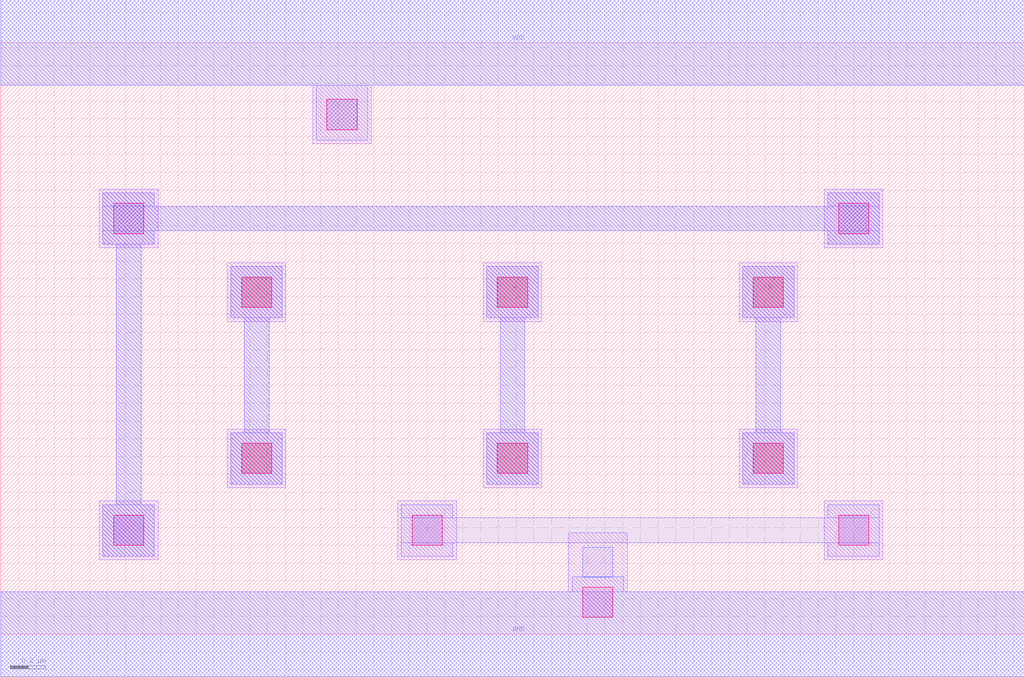
<source format=lef>
MACRO OAI21X1
 CLASS CORE ;
 FOREIGN OAI21X1 0 0 ;
 SIZE 5.76 BY 3.33 ;
 ORIGIN 0 0 ;
 SYMMETRY X Y R90 ;
 SITE unit ;
  PIN VDD
   DIRECTION INOUT ;
   USE POWER ;
   SHAPE ABUTMENT ;
    PORT
     CLASS CORE ;
       LAYER met1 ;
        RECT 0.00000000 3.09000000 5.76000000 3.57000000 ;
    END
  END VDD

  PIN GND
   DIRECTION INOUT ;
   USE POWER ;
   SHAPE ABUTMENT ;
    PORT
     CLASS CORE ;
       LAYER met1 ;
        RECT 0.00000000 -0.24000000 5.76000000 0.24000000 ;
    END
  END GND

  PIN Y
   DIRECTION INOUT ;
   USE SIGNAL ;
   SHAPE ABUTMENT ;
    PORT
     CLASS CORE ;
       LAYER met1 ;
        RECT 0.57500000 0.44000000 0.86500000 0.73000000 ;
        RECT 0.65000000 0.73000000 0.79000000 2.19500000 ;
        RECT 0.57500000 2.19500000 0.86500000 2.27000000 ;
        RECT 4.65500000 2.19500000 4.94500000 2.27000000 ;
        RECT 0.57500000 2.27000000 4.94500000 2.41000000 ;
        RECT 0.57500000 2.41000000 0.86500000 2.48500000 ;
        RECT 4.65500000 2.41000000 4.94500000 2.48500000 ;
    END
  END Y

  PIN A
   DIRECTION INOUT ;
   USE SIGNAL ;
   SHAPE ABUTMENT ;
    PORT
     CLASS CORE ;
       LAYER met1 ;
        RECT 2.73500000 0.84500000 3.02500000 1.13500000 ;
        RECT 2.81000000 1.13500000 2.95000000 1.78000000 ;
        RECT 2.73500000 1.78000000 3.02500000 2.07000000 ;
    END
  END A

  PIN B
   DIRECTION INOUT ;
   USE SIGNAL ;
   SHAPE ABUTMENT ;
    PORT
     CLASS CORE ;
       LAYER met1 ;
        RECT 4.17500000 0.84500000 4.46500000 1.13500000 ;
        RECT 4.25000000 1.13500000 4.39000000 1.78000000 ;
        RECT 4.17500000 1.78000000 4.46500000 2.07000000 ;
    END
  END B

  PIN C
   DIRECTION INOUT ;
   USE SIGNAL ;
   SHAPE ABUTMENT ;
    PORT
     CLASS CORE ;
       LAYER met1 ;
        RECT 1.29500000 0.84500000 1.58500000 1.13500000 ;
        RECT 1.37000000 1.13500000 1.51000000 1.78000000 ;
        RECT 1.29500000 1.78000000 1.58500000 2.07000000 ;
    END
  END C

 OBS
    LAYER polycont ;
     RECT 1.35500000 0.90500000 1.52500000 1.07500000 ;
     RECT 2.79500000 0.90500000 2.96500000 1.07500000 ;
     RECT 4.23500000 0.90500000 4.40500000 1.07500000 ;
     RECT 1.35500000 1.84000000 1.52500000 2.01000000 ;
     RECT 2.79500000 1.84000000 2.96500000 2.01000000 ;
     RECT 4.23500000 1.84000000 4.40500000 2.01000000 ;

    LAYER pdiffc ;
     RECT 0.63500000 2.25500000 0.80500000 2.42500000 ;
     RECT 4.71500000 2.25500000 4.88500000 2.42500000 ;
     RECT 1.83500000 2.84000000 2.00500000 3.01000000 ;

    LAYER ndiffc ;
     RECT 3.27500000 0.32000000 3.44500000 0.49000000 ;
     RECT 0.63500000 0.50000000 0.80500000 0.67000000 ;
     RECT 2.31500000 0.50000000 2.48500000 0.67000000 ;
     RECT 4.71500000 0.50000000 4.88500000 0.67000000 ;

    LAYER li1 ;
     RECT 3.27500000 0.09500000 3.44500000 0.24000000 ;
     RECT 3.19500000 0.24000000 3.52500000 0.57000000 ;
     RECT 0.55500000 0.42000000 0.88500000 0.75000000 ;
     RECT 2.23500000 0.42000000 2.56500000 0.75000000 ;
     RECT 4.63500000 0.42000000 4.96500000 0.75000000 ;
     RECT 1.27500000 0.82500000 1.60500000 1.15500000 ;
     RECT 2.71500000 0.82500000 3.04500000 1.15500000 ;
     RECT 4.15500000 0.82500000 4.48500000 1.15500000 ;
     RECT 1.27500000 1.76000000 1.60500000 2.09000000 ;
     RECT 2.71500000 1.76000000 3.04500000 2.09000000 ;
     RECT 4.15500000 1.76000000 4.48500000 2.09000000 ;
     RECT 0.55500000 2.17500000 0.88500000 2.50500000 ;
     RECT 4.63500000 2.17500000 4.96500000 2.50500000 ;
     RECT 1.75500000 2.76000000 2.08500000 3.09000000 ;

    LAYER viali ;
     RECT 3.27500000 0.09500000 3.44500000 0.26500000 ;
     RECT 0.63500000 0.50000000 0.80500000 0.67000000 ;
     RECT 2.31500000 0.50000000 2.48500000 0.67000000 ;
     RECT 4.71500000 0.50000000 4.88500000 0.67000000 ;
     RECT 1.35500000 0.90500000 1.52500000 1.07500000 ;
     RECT 2.79500000 0.90500000 2.96500000 1.07500000 ;
     RECT 4.23500000 0.90500000 4.40500000 1.07500000 ;
     RECT 1.35500000 1.84000000 1.52500000 2.01000000 ;
     RECT 2.79500000 1.84000000 2.96500000 2.01000000 ;
     RECT 4.23500000 1.84000000 4.40500000 2.01000000 ;
     RECT 0.63500000 2.25500000 0.80500000 2.42500000 ;
     RECT 4.71500000 2.25500000 4.88500000 2.42500000 ;
     RECT 1.83500000 2.84000000 2.00500000 3.01000000 ;

    LAYER met1 ;
     RECT 0.00000000 -0.24000000 5.76000000 0.24000000 ;
     RECT 3.21500000 0.24000000 3.50500000 0.32500000 ;
     RECT 2.25500000 0.44000000 2.54500000 0.51500000 ;
     RECT 4.65500000 0.44000000 4.94500000 0.51500000 ;
     RECT 2.25500000 0.51500000 4.94500000 0.65500000 ;
     RECT 2.25500000 0.65500000 2.54500000 0.73000000 ;
     RECT 4.65500000 0.65500000 4.94500000 0.73000000 ;
     RECT 1.29500000 0.84500000 1.58500000 1.13500000 ;
     RECT 1.37000000 1.13500000 1.51000000 1.78000000 ;
     RECT 1.29500000 1.78000000 1.58500000 2.07000000 ;
     RECT 2.73500000 0.84500000 3.02500000 1.13500000 ;
     RECT 2.81000000 1.13500000 2.95000000 1.78000000 ;
     RECT 2.73500000 1.78000000 3.02500000 2.07000000 ;
     RECT 4.17500000 0.84500000 4.46500000 1.13500000 ;
     RECT 4.25000000 1.13500000 4.39000000 1.78000000 ;
     RECT 4.17500000 1.78000000 4.46500000 2.07000000 ;
     RECT 0.57500000 0.44000000 0.86500000 0.73000000 ;
     RECT 0.65000000 0.73000000 0.79000000 2.19500000 ;
     RECT 0.57500000 2.19500000 0.86500000 2.27000000 ;
     RECT 4.65500000 2.19500000 4.94500000 2.27000000 ;
     RECT 0.57500000 2.27000000 4.94500000 2.41000000 ;
     RECT 0.57500000 2.41000000 0.86500000 2.48500000 ;
     RECT 4.65500000 2.41000000 4.94500000 2.48500000 ;
     RECT 1.77500000 2.78000000 2.06500000 3.09000000 ;
     RECT 0.00000000 3.09000000 5.76000000 3.57000000 ;

 END
END OAI21X1

</source>
